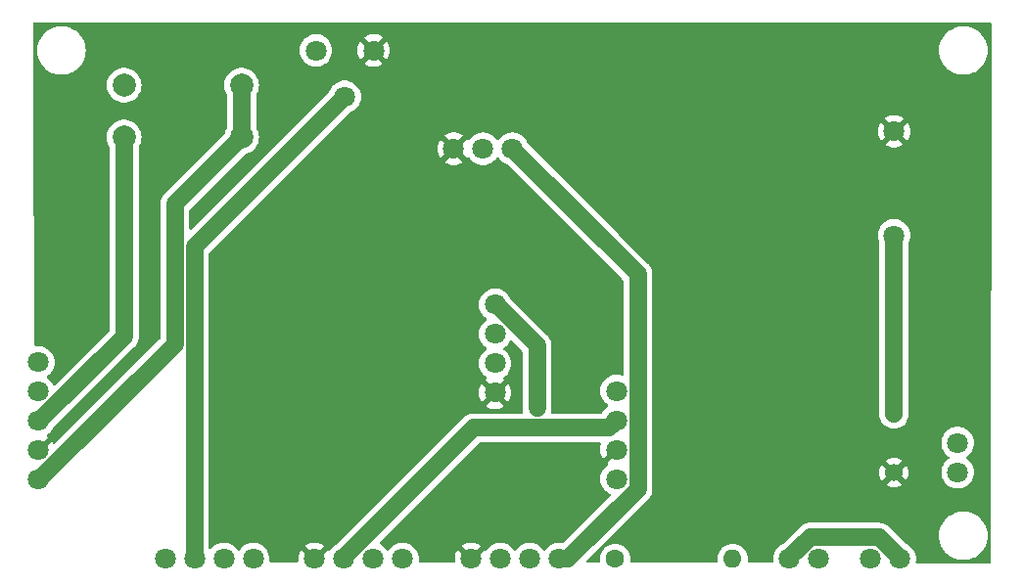
<source format=gbr>
%TF.GenerationSoftware,KiCad,Pcbnew,7.0.11+dfsg-1build4*%
%TF.CreationDate,2024-10-25T06:38:10+02:00*%
%TF.ProjectId,BertheVarioTac-Shema,42657274-6865-4566-9172-696f5461632d,rev?*%
%TF.SameCoordinates,Original*%
%TF.FileFunction,Copper,L2,Bot*%
%TF.FilePolarity,Positive*%
%FSLAX46Y46*%
G04 Gerber Fmt 4.6, Leading zero omitted, Abs format (unit mm)*
G04 Created by KiCad (PCBNEW 7.0.11+dfsg-1build4) date 2024-10-25 06:38:10*
%MOMM*%
%LPD*%
G01*
G04 APERTURE LIST*
%TA.AperFunction,ComponentPad*%
%ADD10C,1.524000*%
%TD*%
%TA.AperFunction,ComponentPad*%
%ADD11C,1.800000*%
%TD*%
%TA.AperFunction,ComponentPad*%
%ADD12C,1.600000*%
%TD*%
%TA.AperFunction,ComponentPad*%
%ADD13O,1.600000X1.600000*%
%TD*%
%TA.AperFunction,ComponentPad*%
%ADD14C,2.000000*%
%TD*%
%TA.AperFunction,ViaPad*%
%ADD15C,0.600000*%
%TD*%
%TA.AperFunction,Conductor*%
%ADD16C,1.500000*%
%TD*%
G04 APERTURE END LIST*
D10*
%TO.P,BT1,1,+*%
%TO.N,Net-(BT1-+)*%
X168000000Y-127460000D03*
%TO.P,BT1,2,-*%
%TO.N,GNDREF*%
X168000000Y-132540000D03*
%TD*%
D11*
%TO.P,SW1,1*%
%TO.N,Net-(Lipo-1S-to-5V1-IN_3.7v)*%
X173500000Y-132500000D03*
%TO.P,SW1,2*%
%TO.N,Net-(BT1-+)*%
X173500000Y-129960000D03*
%TD*%
%TO.P,Usb-C-charger1,1,B-*%
%TO.N,GNDREF*%
X168000000Y-103000000D03*
%TO.P,Usb-C-charger1,2,+*%
%TO.N,Net-(BT1-+)*%
X168000000Y-112000000D03*
%TD*%
D12*
%TO.P,R1,1*%
%TO.N,Net-(R1-Pad1)*%
X143880000Y-140000000D03*
D13*
%TO.P,R1,2*%
%TO.N,Net-(P4-Pin_1)*%
X154040000Y-140000000D03*
%TD*%
D11*
%TO.P,CN1,1,Pin_1*%
%TO.N,Net-(BMP180_Press1-VIN)*%
X125500000Y-140000000D03*
%TO.P,CN1,2,Pin_2*%
%TO.N,Net-(BMP180_Press1-SDA)*%
X122960000Y-140000000D03*
%TO.P,CN1,3,Pin_3*%
%TO.N,Net-(BMP180_Press1-SCL)*%
X120420000Y-140000000D03*
%TO.P,CN1,4,Pin_4*%
%TO.N,GNDREF*%
X117880000Y-140000000D03*
%TD*%
D14*
%TO.P,R2,1*%
%TO.N,Net-(BMP180_Press1-VIN)*%
X111580000Y-99000000D03*
%TO.P,R2,2*%
%TO.N,Net-(BMP180_Press1-SDA)*%
X101420000Y-99000000D03*
%TD*%
D11*
%TO.P,S1,1,1*%
%TO.N,Net-(P4-Pin_2)*%
X168500000Y-140000000D03*
%TO.P,S1,2,2*%
%TO.N,Net-(R1-Pad1)*%
X165960000Y-140000000D03*
%TD*%
%TO.P,P4,1,Pin_1*%
%TO.N,Net-(P4-Pin_1)*%
X161500000Y-140000000D03*
%TO.P,P4,2,Pin_2*%
%TO.N,Net-(P4-Pin_2)*%
X158960000Y-140000000D03*
%TD*%
%TO.P,GPS-NEO6M1,1,GND*%
%TO.N,GNDREF*%
X133500000Y-125620000D03*
%TO.P,GPS-NEO6M1,2,TX*%
%TO.N,Net-(GPS-NEO6M1-TX)*%
X133500000Y-123080000D03*
%TO.P,GPS-NEO6M1,3,RX*%
%TO.N,unconnected-(GPS-NEO6M1-RX-Pad3)*%
X133500000Y-120540000D03*
%TO.P,GPS-NEO6M1,4,VCC*%
%TO.N,Net-(BMP180_Press1-VIN)*%
X133500000Y-118000000D03*
%TD*%
D14*
%TO.P,R3,1*%
%TO.N,Net-(BMP180_Press1-VIN)*%
X111580000Y-103500000D03*
%TO.P,R3,2*%
%TO.N,Net-(BMP180_Press1-SCL)*%
X101420000Y-103500000D03*
%TD*%
D11*
%TO.P,Lipo-1S-to-5V1,1,GND*%
%TO.N,GNDREF*%
X129920000Y-104500000D03*
%TO.P,Lipo-1S-to-5V1,2,IN_3.7v*%
%TO.N,Net-(Lipo-1S-to-5V1-IN_3.7v)*%
X132460000Y-104500000D03*
%TO.P,Lipo-1S-to-5V1,3,OUT_5V*%
%TO.N,Net-(Lipo-1S-to-5V1-OUT_5V)*%
X135000000Y-104500000D03*
%TD*%
%TO.P,QMC5883_Mag1,1,VCC*%
%TO.N,Net-(BMP180_Press1-VIN)*%
X94000000Y-133160000D03*
%TO.P,QMC5883_Mag1,2,GND*%
%TO.N,GNDREF*%
X94000000Y-130620000D03*
%TO.P,QMC5883_Mag1,3,SCL*%
%TO.N,Net-(BMP180_Press1-SCL)*%
X94000000Y-128080000D03*
%TO.P,QMC5883_Mag1,4,SDA*%
%TO.N,Net-(BMP180_Press1-SDA)*%
X94000000Y-125540000D03*
%TO.P,QMC5883_Mag1,5*%
%TO.N,N/C*%
X94000000Y-123000000D03*
%TD*%
%TO.P,P1,1,Pin_1*%
%TO.N,Net-(Lipo-1S-to-5V1-OUT_5V)*%
X139040000Y-140000000D03*
%TO.P,P1,2,Pin_2*%
%TO.N,Net-(GPS-NEO6M1-TX)*%
X136500000Y-140000000D03*
%TO.P,P1,3,Pin_3*%
%TO.N,unconnected-(P1-Pin_3-Pad3)*%
X133960000Y-140000000D03*
%TO.P,P1,4,Pin_4*%
%TO.N,GNDREF*%
X131420000Y-140000000D03*
%TD*%
%TO.P,P5,1,1*%
%TO.N,Net-(Lipo-1S-to-5V1-IN_3.7v)*%
X118000000Y-96000000D03*
%TO.P,P5,2,2*%
%TO.N,Net-(P3-Pin_3)*%
X120500000Y-100000000D03*
%TO.P,P5,3,3*%
%TO.N,GNDREF*%
X123000000Y-96000000D03*
%TD*%
%TO.P,BMP180_Press1,1,SDA*%
%TO.N,Net-(BMP180_Press1-SDA)*%
X144000000Y-125460000D03*
%TO.P,BMP180_Press1,2,SCL*%
%TO.N,Net-(BMP180_Press1-SCL)*%
X144000000Y-128000000D03*
%TO.P,BMP180_Press1,3,GND*%
%TO.N,GNDREF*%
X144000000Y-130540000D03*
%TO.P,BMP180_Press1,4,VIN*%
%TO.N,Net-(BMP180_Press1-VIN)*%
X144000000Y-133080000D03*
%TD*%
%TO.P,P3,1,Pin_1*%
%TO.N,unconnected-(P3-Pin_1-Pad1)*%
X112580000Y-140000000D03*
%TO.P,P3,2,Pin_2*%
%TO.N,unconnected-(P3-Pin_2-Pad2)*%
X110040000Y-140000000D03*
%TO.P,P3,3,Pin_3*%
%TO.N,Net-(P3-Pin_3)*%
X107500000Y-140000000D03*
%TO.P,P3,4,Pin_4*%
%TO.N,unconnected-(P3-Pin_4-Pad4)*%
X104960000Y-140000000D03*
%TD*%
D15*
%TO.N,Net-(BMP180_Press1-VIN)*%
X137124600Y-126899900D03*
%TD*%
D16*
%TO.N,Net-(BMP180_Press1-SCL)*%
X94102700Y-128080000D02*
X94000000Y-128080000D01*
X101420000Y-120762700D02*
X94102700Y-128080000D01*
X101420000Y-103500000D02*
X101420000Y-120762700D01*
X120420000Y-139890100D02*
X120420000Y-140000000D01*
X131642500Y-128667600D02*
X120420000Y-139890100D01*
X143332400Y-128667600D02*
X131642500Y-128667600D01*
X144000000Y-128000000D02*
X143332400Y-128667600D01*
%TO.N,Net-(BMP180_Press1-VIN)*%
X137124600Y-121532800D02*
X137124600Y-126899900D01*
X133591800Y-118000000D02*
X137124600Y-121532800D01*
X133500000Y-118000000D02*
X133591800Y-118000000D01*
X105798100Y-109281900D02*
X111580000Y-103500000D01*
X105798100Y-121453200D02*
X105798100Y-109281900D01*
X94091300Y-133160000D02*
X105798100Y-121453200D01*
X94000000Y-133160000D02*
X94091300Y-133160000D01*
X111580000Y-103500000D02*
X111580000Y-99000000D01*
%TO.N,Net-(P4-Pin_2)*%
X168500000Y-139909200D02*
X168500000Y-140000000D01*
X166712800Y-138122000D02*
X168500000Y-139909200D01*
X160759100Y-138122000D02*
X166712800Y-138122000D01*
X158960000Y-139921100D02*
X160759100Y-138122000D01*
X158960000Y-140000000D02*
X158960000Y-139921100D01*
%TO.N,Net-(P3-Pin_3)*%
X107500000Y-113000000D02*
X107500000Y-140000000D01*
X120500000Y-100000000D02*
X107500000Y-113000000D01*
%TO.N,Net-(Lipo-1S-to-5V1-OUT_5V)*%
X139782300Y-140000000D02*
X139040000Y-140000000D01*
X145856900Y-133925400D02*
X139782300Y-140000000D01*
X145856900Y-115356900D02*
X145856900Y-133925400D01*
X135000000Y-104500000D02*
X145856900Y-115356900D01*
%TO.N,Net-(BT1-+)*%
X168000000Y-112000000D02*
X168000000Y-127460000D01*
%TD*%
%TA.AperFunction,Conductor*%
%TO.N,GNDREF*%
G36*
X176298004Y-93577910D02*
G01*
X176365031Y-93597625D01*
X176410762Y-93650450D01*
X176421944Y-93701997D01*
X176389183Y-140264953D01*
X176369451Y-140331979D01*
X176316615Y-140377697D01*
X176264954Y-140388866D01*
X170007947Y-140377311D01*
X169940944Y-140357502D01*
X169895287Y-140304614D01*
X169885471Y-140235437D01*
X169885869Y-140232893D01*
X169886131Y-140231314D01*
X169886134Y-140231305D01*
X169905300Y-140000000D01*
X169905300Y-139999994D01*
X169905300Y-139999993D01*
X169886135Y-139768702D01*
X169886133Y-139768691D01*
X169829157Y-139543699D01*
X169735924Y-139331151D01*
X169608983Y-139136852D01*
X169608980Y-139136849D01*
X169608979Y-139136847D01*
X169451784Y-138966087D01*
X169451779Y-138966083D01*
X169451777Y-138966081D01*
X169268634Y-138823535D01*
X169268628Y-138823531D01*
X169097465Y-138730902D01*
X169068802Y-138709528D01*
X168359274Y-138000000D01*
X171894592Y-138000000D01*
X171914201Y-138286680D01*
X171914201Y-138286684D01*
X171914202Y-138286686D01*
X171935984Y-138391509D01*
X171972666Y-138568034D01*
X171972667Y-138568037D01*
X172068894Y-138838793D01*
X172068893Y-138838793D01*
X172201098Y-139093935D01*
X172366812Y-139328700D01*
X172407719Y-139372500D01*
X172562947Y-139538708D01*
X172785853Y-139720055D01*
X172873423Y-139773308D01*
X173031382Y-139869365D01*
X173218237Y-139950526D01*
X173294942Y-139983844D01*
X173571642Y-140061371D01*
X173821920Y-140095771D01*
X173856321Y-140100500D01*
X173856322Y-140100500D01*
X174143679Y-140100500D01*
X174175079Y-140096184D01*
X174428358Y-140061371D01*
X174705058Y-139983844D01*
X174818015Y-139934779D01*
X174968617Y-139869365D01*
X174968620Y-139869363D01*
X174968625Y-139869361D01*
X175214147Y-139720055D01*
X175437053Y-139538708D01*
X175633189Y-139328698D01*
X175798901Y-139093936D01*
X175931104Y-138838797D01*
X176027334Y-138568032D01*
X176085798Y-138286686D01*
X176105408Y-138000000D01*
X176085798Y-137713314D01*
X176027334Y-137431968D01*
X175931105Y-137161206D01*
X175931106Y-137161206D01*
X175798901Y-136906064D01*
X175633187Y-136671299D01*
X175554554Y-136587105D01*
X175437053Y-136461292D01*
X175214147Y-136279945D01*
X175214146Y-136279944D01*
X174968617Y-136130634D01*
X174705063Y-136016158D01*
X174705061Y-136016157D01*
X174705058Y-136016156D01*
X174575578Y-135979877D01*
X174428364Y-135938630D01*
X174428359Y-135938629D01*
X174428358Y-135938629D01*
X174286018Y-135919064D01*
X174143679Y-135899500D01*
X174143678Y-135899500D01*
X173856322Y-135899500D01*
X173856321Y-135899500D01*
X173571642Y-135938629D01*
X173571635Y-135938630D01*
X173363861Y-135996845D01*
X173294942Y-136016156D01*
X173294939Y-136016156D01*
X173294936Y-136016158D01*
X173294935Y-136016158D01*
X173031382Y-136130634D01*
X172785853Y-136279944D01*
X172562950Y-136461289D01*
X172366812Y-136671299D01*
X172201098Y-136906064D01*
X172068894Y-137161206D01*
X171972667Y-137431962D01*
X171972666Y-137431965D01*
X171914201Y-137713319D01*
X171894592Y-138000000D01*
X168359274Y-138000000D01*
X167651616Y-137292342D01*
X167642349Y-137281973D01*
X167620306Y-137254332D01*
X167570403Y-137210732D01*
X167564307Y-137205033D01*
X167557332Y-137198058D01*
X167557321Y-137198048D01*
X167526055Y-137171945D01*
X167523939Y-137170138D01*
X167450803Y-137106240D01*
X167450797Y-137106236D01*
X167450796Y-137106235D01*
X167447041Y-137103991D01*
X167431173Y-137092732D01*
X167427819Y-137089932D01*
X167427818Y-137089931D01*
X167427813Y-137089927D01*
X167343348Y-137042001D01*
X167340944Y-137040601D01*
X167257563Y-136990784D01*
X167253469Y-136989248D01*
X167235844Y-136981002D01*
X167232045Y-136978846D01*
X167140369Y-136946767D01*
X167137753Y-136945819D01*
X167046829Y-136911694D01*
X167046819Y-136911691D01*
X167042523Y-136910912D01*
X167023718Y-136905949D01*
X167019584Y-136904502D01*
X167019577Y-136904501D01*
X166923648Y-136889307D01*
X166920905Y-136888841D01*
X166825350Y-136871500D01*
X166825347Y-136871500D01*
X166820972Y-136871500D01*
X166801569Y-136869972D01*
X166797260Y-136869289D01*
X166700159Y-136871469D01*
X166697377Y-136871500D01*
X160836286Y-136871500D01*
X160822403Y-136870720D01*
X160812793Y-136869637D01*
X160787276Y-136866762D01*
X160787269Y-136866761D01*
X160724407Y-136871000D01*
X160721162Y-136871219D01*
X160712822Y-136871500D01*
X160702937Y-136871500D01*
X160662384Y-136875149D01*
X160659616Y-136875367D01*
X160562688Y-136881902D01*
X160562681Y-136881903D01*
X160558427Y-136882975D01*
X160539274Y-136886230D01*
X160534911Y-136886623D01*
X160534902Y-136886624D01*
X160441313Y-136912454D01*
X160438624Y-136913164D01*
X160344418Y-136936903D01*
X160340422Y-136938718D01*
X160322159Y-136945339D01*
X160317938Y-136946504D01*
X160317921Y-136946510D01*
X160230389Y-136988662D01*
X160227872Y-136989840D01*
X160139474Y-137029992D01*
X160135872Y-137032488D01*
X160119080Y-137042267D01*
X160115129Y-137044170D01*
X160115120Y-137044175D01*
X160036511Y-137101287D01*
X160034285Y-137102866D01*
X159993414Y-137131182D01*
X159954445Y-137158180D01*
X159951339Y-137161286D01*
X159936565Y-137173903D01*
X159933028Y-137176473D01*
X159933021Y-137176478D01*
X159865904Y-137246677D01*
X159863959Y-137248665D01*
X158417131Y-138695493D01*
X158388468Y-138716866D01*
X158191380Y-138823525D01*
X158191365Y-138823535D01*
X158008222Y-138966081D01*
X158008219Y-138966084D01*
X158008216Y-138966086D01*
X158008216Y-138966087D01*
X157977040Y-138999953D01*
X157851016Y-139136852D01*
X157724075Y-139331151D01*
X157630842Y-139543699D01*
X157573866Y-139768691D01*
X157573864Y-139768702D01*
X157554700Y-139999993D01*
X157554700Y-139999994D01*
X157554700Y-140000000D01*
X157564066Y-140113030D01*
X157572919Y-140219879D01*
X157558837Y-140288315D01*
X157509991Y-140338274D01*
X157449113Y-140354118D01*
X155449902Y-140350426D01*
X155382899Y-140330617D01*
X155337242Y-140277729D01*
X155326603Y-140215621D01*
X155345468Y-140000000D01*
X155345467Y-139999994D01*
X155334039Y-139869365D01*
X155325635Y-139773308D01*
X155266739Y-139553504D01*
X155170568Y-139347266D01*
X155040047Y-139160861D01*
X155040045Y-139160858D01*
X154879141Y-138999954D01*
X154692734Y-138869432D01*
X154692732Y-138869431D01*
X154486497Y-138773261D01*
X154486488Y-138773258D01*
X154266697Y-138714366D01*
X154266693Y-138714365D01*
X154266692Y-138714365D01*
X154266691Y-138714364D01*
X154266686Y-138714364D01*
X154040002Y-138694532D01*
X154039998Y-138694532D01*
X153813313Y-138714364D01*
X153813302Y-138714366D01*
X153593511Y-138773258D01*
X153593502Y-138773261D01*
X153387267Y-138869431D01*
X153387265Y-138869432D01*
X153200858Y-138999954D01*
X153039954Y-139160858D01*
X152909432Y-139347265D01*
X152909431Y-139347267D01*
X152813261Y-139553502D01*
X152813258Y-139553511D01*
X152754366Y-139773302D01*
X152754364Y-139773313D01*
X152734532Y-139999998D01*
X152734532Y-140000002D01*
X152752940Y-140210410D01*
X152739173Y-140278910D01*
X152690558Y-140329093D01*
X152629183Y-140345217D01*
X145291543Y-140331666D01*
X145224540Y-140311857D01*
X145178883Y-140258969D01*
X145168244Y-140196862D01*
X145185468Y-140000000D01*
X145185467Y-139999994D01*
X145174039Y-139869365D01*
X145165635Y-139773308D01*
X145106739Y-139553504D01*
X145010568Y-139347266D01*
X144880047Y-139160861D01*
X144880045Y-139160858D01*
X144719141Y-138999954D01*
X144532734Y-138869432D01*
X144532732Y-138869431D01*
X144326497Y-138773261D01*
X144326488Y-138773258D01*
X144106697Y-138714366D01*
X144106693Y-138714365D01*
X144106692Y-138714365D01*
X144106691Y-138714364D01*
X144106686Y-138714364D01*
X143880002Y-138694532D01*
X143879998Y-138694532D01*
X143653313Y-138714364D01*
X143653302Y-138714366D01*
X143433511Y-138773258D01*
X143433502Y-138773261D01*
X143227267Y-138869431D01*
X143227265Y-138869432D01*
X143040858Y-138999954D01*
X142879954Y-139160858D01*
X142749432Y-139347265D01*
X142749431Y-139347267D01*
X142653261Y-139553502D01*
X142653258Y-139553511D01*
X142594366Y-139773302D01*
X142594364Y-139773313D01*
X142574532Y-139999998D01*
X142574532Y-140000002D01*
X142591298Y-140191644D01*
X142577531Y-140260144D01*
X142528916Y-140310327D01*
X142467541Y-140326451D01*
X141525193Y-140324711D01*
X141458190Y-140304902D01*
X141412533Y-140252014D01*
X141402717Y-140182837D01*
X141431859Y-140119335D01*
X141437713Y-140113059D01*
X146686566Y-134864206D01*
X146696916Y-134854957D01*
X146724566Y-134832908D01*
X146768167Y-134783001D01*
X146773857Y-134776916D01*
X146780845Y-134769929D01*
X146807026Y-134738567D01*
X146808682Y-134736628D01*
X146872665Y-134663396D01*
X146874904Y-134659648D01*
X146886166Y-134643774D01*
X146888969Y-134640418D01*
X146936937Y-134555877D01*
X146938291Y-134553553D01*
X146988115Y-134470164D01*
X146989647Y-134466080D01*
X146997899Y-134448440D01*
X147000054Y-134444645D01*
X147032149Y-134352919D01*
X147033090Y-134350325D01*
X147038293Y-134336464D01*
X147067207Y-134259424D01*
X147067985Y-134255135D01*
X147072957Y-134236296D01*
X147074398Y-134232182D01*
X147089612Y-134136117D01*
X147090040Y-134133600D01*
X147107400Y-134037947D01*
X147107400Y-134033575D01*
X147108927Y-134014177D01*
X147109610Y-134009864D01*
X147109611Y-134009859D01*
X147107430Y-133912732D01*
X147107400Y-133909951D01*
X147107400Y-132540000D01*
X166733179Y-132540000D01*
X166752424Y-132759976D01*
X166752426Y-132759986D01*
X166809575Y-132973270D01*
X166809580Y-132973284D01*
X166902898Y-133173405D01*
X166902901Y-133173411D01*
X166948258Y-133238187D01*
X166948259Y-133238188D01*
X167615096Y-132571350D01*
X167615051Y-132571898D01*
X167646266Y-132695162D01*
X167715813Y-132801612D01*
X167816157Y-132879713D01*
X167936422Y-132921000D01*
X167972553Y-132921000D01*
X167301810Y-133591740D01*
X167366590Y-133637099D01*
X167366592Y-133637100D01*
X167566715Y-133730419D01*
X167566729Y-133730424D01*
X167780013Y-133787573D01*
X167780023Y-133787575D01*
X167999999Y-133806821D01*
X168000001Y-133806821D01*
X168219976Y-133787575D01*
X168219986Y-133787573D01*
X168433270Y-133730424D01*
X168433284Y-133730419D01*
X168633407Y-133637100D01*
X168633417Y-133637094D01*
X168698188Y-133591741D01*
X168027448Y-132921000D01*
X168031569Y-132921000D01*
X168125421Y-132905339D01*
X168237251Y-132844820D01*
X168323371Y-132751269D01*
X168374448Y-132634823D01*
X168380105Y-132566552D01*
X169051741Y-133238188D01*
X169097094Y-133173417D01*
X169097100Y-133173407D01*
X169190419Y-132973284D01*
X169190424Y-132973270D01*
X169247573Y-132759986D01*
X169247575Y-132759976D01*
X169266821Y-132540000D01*
X169266821Y-132539999D01*
X169263322Y-132500006D01*
X172094700Y-132500006D01*
X172113864Y-132731297D01*
X172113866Y-132731308D01*
X172170842Y-132956300D01*
X172264075Y-133168848D01*
X172391016Y-133363147D01*
X172391019Y-133363151D01*
X172391021Y-133363153D01*
X172548216Y-133533913D01*
X172548219Y-133533915D01*
X172548222Y-133533918D01*
X172731365Y-133676464D01*
X172731371Y-133676468D01*
X172731374Y-133676470D01*
X172935497Y-133786936D01*
X173049487Y-133826068D01*
X173155015Y-133862297D01*
X173155017Y-133862297D01*
X173155019Y-133862298D01*
X173383951Y-133900500D01*
X173383952Y-133900500D01*
X173616048Y-133900500D01*
X173616049Y-133900500D01*
X173844981Y-133862298D01*
X174064503Y-133786936D01*
X174268626Y-133676470D01*
X174319217Y-133637094D01*
X174377486Y-133591741D01*
X174451784Y-133533913D01*
X174608979Y-133363153D01*
X174735924Y-133168849D01*
X174829157Y-132956300D01*
X174886134Y-132731305D01*
X174886135Y-132731297D01*
X174905300Y-132500006D01*
X174905300Y-132499993D01*
X174886135Y-132268702D01*
X174886133Y-132268691D01*
X174829157Y-132043699D01*
X174735924Y-131831151D01*
X174608983Y-131636852D01*
X174608980Y-131636849D01*
X174608979Y-131636847D01*
X174451784Y-131466087D01*
X174274180Y-131327853D01*
X174233368Y-131271143D01*
X174229693Y-131201370D01*
X174264324Y-131140687D01*
X174274181Y-131132146D01*
X174451784Y-130993913D01*
X174608979Y-130823153D01*
X174735924Y-130628849D01*
X174829157Y-130416300D01*
X174886134Y-130191305D01*
X174889156Y-130154835D01*
X174905300Y-129960006D01*
X174905300Y-129959993D01*
X174886135Y-129728702D01*
X174886133Y-129728691D01*
X174829157Y-129503699D01*
X174735924Y-129291151D01*
X174608983Y-129096852D01*
X174608980Y-129096849D01*
X174608979Y-129096847D01*
X174451784Y-128926087D01*
X174451779Y-128926083D01*
X174451777Y-128926081D01*
X174268634Y-128783535D01*
X174268628Y-128783531D01*
X174064504Y-128673064D01*
X174064495Y-128673061D01*
X173844984Y-128597702D01*
X173673282Y-128569050D01*
X173616049Y-128559500D01*
X173383951Y-128559500D01*
X173338164Y-128567140D01*
X173155015Y-128597702D01*
X172935504Y-128673061D01*
X172935495Y-128673064D01*
X172731371Y-128783531D01*
X172731365Y-128783535D01*
X172548222Y-128926081D01*
X172548219Y-128926084D01*
X172391016Y-129096852D01*
X172264075Y-129291151D01*
X172170842Y-129503699D01*
X172113866Y-129728691D01*
X172113864Y-129728702D01*
X172094700Y-129959993D01*
X172094700Y-129960006D01*
X172113864Y-130191297D01*
X172113866Y-130191308D01*
X172170842Y-130416300D01*
X172264075Y-130628848D01*
X172391016Y-130823147D01*
X172391019Y-130823151D01*
X172391021Y-130823153D01*
X172548216Y-130993913D01*
X172548219Y-130993915D01*
X172548222Y-130993918D01*
X172725818Y-131132147D01*
X172766631Y-131188857D01*
X172770306Y-131258630D01*
X172735674Y-131319313D01*
X172725818Y-131327853D01*
X172548222Y-131466081D01*
X172548219Y-131466084D01*
X172391016Y-131636852D01*
X172264075Y-131831151D01*
X172170842Y-132043699D01*
X172113866Y-132268691D01*
X172113864Y-132268702D01*
X172094700Y-132499993D01*
X172094700Y-132500006D01*
X169263322Y-132500006D01*
X169247575Y-132320023D01*
X169247573Y-132320013D01*
X169190424Y-132106729D01*
X169190420Y-132106720D01*
X169097096Y-131906586D01*
X169051741Y-131841811D01*
X169051740Y-131841810D01*
X168384903Y-132508648D01*
X168384949Y-132508102D01*
X168353734Y-132384838D01*
X168284187Y-132278388D01*
X168183843Y-132200287D01*
X168063578Y-132159000D01*
X168027448Y-132159000D01*
X168698188Y-131488259D01*
X168698187Y-131488258D01*
X168633411Y-131442901D01*
X168633405Y-131442898D01*
X168433284Y-131349580D01*
X168433270Y-131349575D01*
X168219986Y-131292426D01*
X168219976Y-131292424D01*
X168000001Y-131273179D01*
X167999999Y-131273179D01*
X167780023Y-131292424D01*
X167780013Y-131292426D01*
X167566729Y-131349575D01*
X167566720Y-131349579D01*
X167366590Y-131442901D01*
X167301811Y-131488258D01*
X167972553Y-132159000D01*
X167968431Y-132159000D01*
X167874579Y-132174661D01*
X167762749Y-132235180D01*
X167676629Y-132328731D01*
X167625552Y-132445177D01*
X167619894Y-132513447D01*
X166948258Y-131841811D01*
X166902901Y-131906590D01*
X166809579Y-132106720D01*
X166809575Y-132106729D01*
X166752426Y-132320013D01*
X166752424Y-132320023D01*
X166733179Y-132539999D01*
X166733179Y-132540000D01*
X147107400Y-132540000D01*
X147107400Y-115434075D01*
X147108180Y-115420190D01*
X147112137Y-115385072D01*
X147107681Y-115318975D01*
X147107400Y-115310634D01*
X147107400Y-115300750D01*
X147107400Y-115300745D01*
X147103743Y-115260115D01*
X147103526Y-115257352D01*
X147096996Y-115160492D01*
X147096996Y-115160487D01*
X147095927Y-115156247D01*
X147092668Y-115137058D01*
X147092626Y-115136599D01*
X147092277Y-115132712D01*
X147066432Y-115039068D01*
X147065740Y-115036448D01*
X147041996Y-114942216D01*
X147040190Y-114938240D01*
X147033554Y-114919939D01*
X147032393Y-114915730D01*
X146990240Y-114828199D01*
X146989089Y-114825739D01*
X146948907Y-114737274D01*
X146946417Y-114733680D01*
X146936625Y-114716864D01*
X146934730Y-114712929D01*
X146934727Y-114712924D01*
X146877640Y-114634350D01*
X146876062Y-114632128D01*
X146820720Y-114552246D01*
X146817629Y-114549155D01*
X146804993Y-114534361D01*
X146802421Y-114530821D01*
X146802418Y-114530818D01*
X146732199Y-114463681D01*
X146730210Y-114461736D01*
X144268480Y-112000006D01*
X166594700Y-112000006D01*
X166613864Y-112231297D01*
X166613866Y-112231308D01*
X166670842Y-112456297D01*
X166670843Y-112456300D01*
X166739056Y-112611810D01*
X166749500Y-112661619D01*
X166749500Y-127262295D01*
X166749028Y-127273102D01*
X166732677Y-127459997D01*
X166732677Y-127460002D01*
X166751929Y-127680062D01*
X166751930Y-127680070D01*
X166809104Y-127893445D01*
X166809105Y-127893447D01*
X166809106Y-127893450D01*
X166896095Y-128080000D01*
X166902466Y-128093662D01*
X166902468Y-128093666D01*
X167029170Y-128274615D01*
X167029175Y-128274621D01*
X167185378Y-128430824D01*
X167185384Y-128430829D01*
X167366333Y-128557531D01*
X167366335Y-128557532D01*
X167366338Y-128557534D01*
X167566550Y-128650894D01*
X167779932Y-128708070D01*
X167937123Y-128721822D01*
X167999998Y-128727323D01*
X168000000Y-128727323D01*
X168000002Y-128727323D01*
X168055017Y-128722509D01*
X168220068Y-128708070D01*
X168433450Y-128650894D01*
X168633662Y-128557534D01*
X168814620Y-128430826D01*
X168970826Y-128274620D01*
X169097534Y-128093662D01*
X169190894Y-127893450D01*
X169248070Y-127680068D01*
X169267323Y-127460000D01*
X169263155Y-127412362D01*
X169250972Y-127273102D01*
X169250500Y-127262295D01*
X169250500Y-112661619D01*
X169260943Y-112611810D01*
X169329157Y-112456300D01*
X169386134Y-112231305D01*
X169405300Y-112000000D01*
X169405300Y-111999993D01*
X169386135Y-111768702D01*
X169386133Y-111768691D01*
X169329157Y-111543699D01*
X169235924Y-111331151D01*
X169108983Y-111136852D01*
X169108980Y-111136849D01*
X169108979Y-111136847D01*
X168951784Y-110966087D01*
X168951779Y-110966083D01*
X168951777Y-110966081D01*
X168768634Y-110823535D01*
X168768628Y-110823531D01*
X168564504Y-110713064D01*
X168564495Y-110713061D01*
X168344984Y-110637702D01*
X168173282Y-110609050D01*
X168116049Y-110599500D01*
X167883951Y-110599500D01*
X167838164Y-110607140D01*
X167655015Y-110637702D01*
X167435504Y-110713061D01*
X167435495Y-110713064D01*
X167231371Y-110823531D01*
X167231365Y-110823535D01*
X167048222Y-110966081D01*
X167048219Y-110966084D01*
X166891016Y-111136852D01*
X166764075Y-111331151D01*
X166670842Y-111543699D01*
X166613866Y-111768691D01*
X166613864Y-111768702D01*
X166594700Y-111999993D01*
X166594700Y-112000006D01*
X144268480Y-112000006D01*
X136358321Y-104089847D01*
X136332182Y-104047972D01*
X136331217Y-104048396D01*
X136235924Y-103831151D01*
X136108983Y-103636852D01*
X136108980Y-103636849D01*
X136108979Y-103636847D01*
X135951784Y-103466087D01*
X135951779Y-103466083D01*
X135951777Y-103466081D01*
X135768634Y-103323535D01*
X135768628Y-103323531D01*
X135564504Y-103213064D01*
X135564495Y-103213061D01*
X135344984Y-103137702D01*
X135173282Y-103109050D01*
X135116049Y-103099500D01*
X134883951Y-103099500D01*
X134838164Y-103107140D01*
X134655015Y-103137702D01*
X134435504Y-103213061D01*
X134435495Y-103213064D01*
X134231371Y-103323531D01*
X134231365Y-103323535D01*
X134048222Y-103466081D01*
X134048219Y-103466084D01*
X134048216Y-103466086D01*
X134048216Y-103466087D01*
X133989267Y-103530122D01*
X133891016Y-103636852D01*
X133833809Y-103724416D01*
X133780662Y-103769773D01*
X133711431Y-103779197D01*
X133648095Y-103749695D01*
X133626191Y-103724416D01*
X133568983Y-103636852D01*
X133568980Y-103636849D01*
X133568979Y-103636847D01*
X133411784Y-103466087D01*
X133411779Y-103466083D01*
X133411777Y-103466081D01*
X133228634Y-103323535D01*
X133228628Y-103323531D01*
X133024504Y-103213064D01*
X133024495Y-103213061D01*
X132804984Y-103137702D01*
X132633282Y-103109050D01*
X132576049Y-103099500D01*
X132343951Y-103099500D01*
X132298164Y-103107140D01*
X132115015Y-103137702D01*
X131895504Y-103213061D01*
X131895495Y-103213064D01*
X131691371Y-103323531D01*
X131691365Y-103323535D01*
X131508222Y-103466081D01*
X131508219Y-103466084D01*
X131508216Y-103466086D01*
X131508216Y-103466087D01*
X131476993Y-103500005D01*
X131351015Y-103636854D01*
X131293509Y-103724874D01*
X131240363Y-103770230D01*
X131171132Y-103779654D01*
X131107796Y-103750152D01*
X131085892Y-103724874D01*
X131071186Y-103702365D01*
X130317953Y-104455598D01*
X130305165Y-104374852D01*
X130247641Y-104261955D01*
X130158045Y-104172359D01*
X130045148Y-104114835D01*
X129964400Y-104102046D01*
X130718797Y-103347647D01*
X130718797Y-103347645D01*
X130688360Y-103323955D01*
X130688354Y-103323951D01*
X130484302Y-103213523D01*
X130484293Y-103213520D01*
X130264860Y-103138188D01*
X130036007Y-103100000D01*
X129803993Y-103100000D01*
X129575139Y-103138188D01*
X129355706Y-103213520D01*
X129355697Y-103213523D01*
X129151650Y-103323949D01*
X129121200Y-103347647D01*
X129875600Y-104102046D01*
X129794852Y-104114835D01*
X129681955Y-104172359D01*
X129592359Y-104261955D01*
X129534835Y-104374852D01*
X129522046Y-104455600D01*
X128768811Y-103702365D01*
X128684516Y-103831390D01*
X128591317Y-104043864D01*
X128534361Y-104268781D01*
X128515202Y-104499994D01*
X128515202Y-104500005D01*
X128534361Y-104731218D01*
X128591317Y-104956135D01*
X128684515Y-105168606D01*
X128768812Y-105297633D01*
X129522046Y-104544399D01*
X129534835Y-104625148D01*
X129592359Y-104738045D01*
X129681955Y-104827641D01*
X129794852Y-104885165D01*
X129875599Y-104897953D01*
X129121201Y-105652351D01*
X129151649Y-105676050D01*
X129355697Y-105786476D01*
X129355706Y-105786479D01*
X129575139Y-105861811D01*
X129803993Y-105900000D01*
X130036007Y-105900000D01*
X130264860Y-105861811D01*
X130484293Y-105786479D01*
X130484301Y-105786476D01*
X130688355Y-105676047D01*
X130718797Y-105652351D01*
X130718798Y-105652350D01*
X129964401Y-104897953D01*
X130045148Y-104885165D01*
X130158045Y-104827641D01*
X130247641Y-104738045D01*
X130305165Y-104625148D01*
X130317953Y-104544400D01*
X131071185Y-105297632D01*
X131085891Y-105275125D01*
X131139037Y-105229768D01*
X131208268Y-105220344D01*
X131271604Y-105249846D01*
X131293508Y-105275123D01*
X131351021Y-105363153D01*
X131508216Y-105533913D01*
X131508219Y-105533915D01*
X131508222Y-105533918D01*
X131691365Y-105676464D01*
X131691371Y-105676468D01*
X131691374Y-105676470D01*
X131858860Y-105767109D01*
X131894652Y-105786479D01*
X131895497Y-105786936D01*
X131994699Y-105820992D01*
X132115015Y-105862297D01*
X132115017Y-105862297D01*
X132115019Y-105862298D01*
X132343951Y-105900500D01*
X132343952Y-105900500D01*
X132576048Y-105900500D01*
X132576049Y-105900500D01*
X132804981Y-105862298D01*
X133024503Y-105786936D01*
X133228626Y-105676470D01*
X133229170Y-105676047D01*
X133290129Y-105628600D01*
X133411784Y-105533913D01*
X133568979Y-105363153D01*
X133626191Y-105275582D01*
X133679337Y-105230226D01*
X133748568Y-105220802D01*
X133811904Y-105250304D01*
X133833809Y-105275583D01*
X133891016Y-105363147D01*
X133891018Y-105363149D01*
X133891021Y-105363153D01*
X134048216Y-105533913D01*
X134048219Y-105533915D01*
X134048222Y-105533918D01*
X134231365Y-105676464D01*
X134231371Y-105676468D01*
X134231374Y-105676470D01*
X134398860Y-105767109D01*
X134434652Y-105786479D01*
X134435497Y-105786936D01*
X134519978Y-105815938D01*
X134534699Y-105820992D01*
X134582118Y-105850592D01*
X144570081Y-115838555D01*
X144603566Y-115899878D01*
X144606400Y-115926236D01*
X144606400Y-124013774D01*
X144586715Y-124080813D01*
X144533911Y-124126568D01*
X144464753Y-124136512D01*
X144442137Y-124131055D01*
X144344984Y-124097702D01*
X144173282Y-124069050D01*
X144116049Y-124059500D01*
X143883951Y-124059500D01*
X143838164Y-124067140D01*
X143655015Y-124097702D01*
X143435504Y-124173061D01*
X143435495Y-124173064D01*
X143231371Y-124283531D01*
X143231365Y-124283535D01*
X143048222Y-124426081D01*
X143048219Y-124426084D01*
X143048216Y-124426086D01*
X143048216Y-124426087D01*
X142998126Y-124480500D01*
X142891016Y-124596852D01*
X142764075Y-124791151D01*
X142670842Y-125003699D01*
X142613866Y-125228691D01*
X142613864Y-125228702D01*
X142594700Y-125459993D01*
X142594700Y-125460006D01*
X142613864Y-125691297D01*
X142613866Y-125691308D01*
X142670842Y-125916300D01*
X142764075Y-126128848D01*
X142891016Y-126323147D01*
X142891019Y-126323151D01*
X142891021Y-126323153D01*
X143048216Y-126493913D01*
X143048219Y-126493915D01*
X143048222Y-126493918D01*
X143225818Y-126632147D01*
X143266631Y-126688857D01*
X143270306Y-126758630D01*
X143235674Y-126819313D01*
X143225818Y-126827853D01*
X143048222Y-126966081D01*
X143048219Y-126966084D01*
X142891016Y-127136852D01*
X142764077Y-127331148D01*
X142764076Y-127331151D01*
X142758917Y-127342910D01*
X142713963Y-127396395D01*
X142647228Y-127417086D01*
X142645362Y-127417100D01*
X138445143Y-127417100D01*
X138378104Y-127397415D01*
X138332349Y-127344611D01*
X138322405Y-127275453D01*
X138329051Y-127249527D01*
X138334907Y-127233923D01*
X138375100Y-127012449D01*
X138375100Y-121609985D01*
X138375880Y-121596100D01*
X138379838Y-121560973D01*
X138379607Y-121557552D01*
X138375381Y-121494861D01*
X138375100Y-121486520D01*
X138375100Y-121476652D01*
X138375100Y-121476645D01*
X138371444Y-121436024D01*
X138371230Y-121433298D01*
X138364698Y-121336397D01*
X138364696Y-121336384D01*
X138363628Y-121332145D01*
X138360368Y-121312955D01*
X138359977Y-121308615D01*
X138359977Y-121308612D01*
X138334107Y-121214879D01*
X138333456Y-121212410D01*
X138309696Y-121118117D01*
X138307889Y-121114139D01*
X138301253Y-121095834D01*
X138300093Y-121091631D01*
X138300093Y-121091630D01*
X138257898Y-121004011D01*
X138256800Y-121001664D01*
X138216607Y-120913175D01*
X138214118Y-120909582D01*
X138204328Y-120892770D01*
X138202429Y-120888827D01*
X138202427Y-120888824D01*
X138202425Y-120888820D01*
X138202424Y-120888819D01*
X138145340Y-120810251D01*
X138143728Y-120807980D01*
X138118320Y-120771305D01*
X138088420Y-120728146D01*
X138085329Y-120725055D01*
X138072693Y-120710261D01*
X138070121Y-120706721D01*
X138070118Y-120706718D01*
X137999899Y-120639581D01*
X137997910Y-120637636D01*
X134787196Y-117426922D01*
X134761321Y-117389050D01*
X134735925Y-117331153D01*
X134608983Y-117136852D01*
X134608980Y-117136849D01*
X134608979Y-117136847D01*
X134451784Y-116966087D01*
X134451779Y-116966083D01*
X134451777Y-116966081D01*
X134268634Y-116823535D01*
X134268628Y-116823531D01*
X134064504Y-116713064D01*
X134064495Y-116713061D01*
X133844984Y-116637702D01*
X133673282Y-116609050D01*
X133616049Y-116599500D01*
X133383951Y-116599500D01*
X133338164Y-116607140D01*
X133155015Y-116637702D01*
X132935504Y-116713061D01*
X132935495Y-116713064D01*
X132731371Y-116823531D01*
X132731365Y-116823535D01*
X132548222Y-116966081D01*
X132548219Y-116966084D01*
X132391016Y-117136852D01*
X132264075Y-117331151D01*
X132170842Y-117543699D01*
X132113866Y-117768691D01*
X132113864Y-117768702D01*
X132094700Y-117999993D01*
X132094700Y-118000006D01*
X132113864Y-118231297D01*
X132113866Y-118231308D01*
X132170842Y-118456300D01*
X132264075Y-118668848D01*
X132391016Y-118863147D01*
X132391019Y-118863151D01*
X132391021Y-118863153D01*
X132548216Y-119033913D01*
X132548219Y-119033915D01*
X132548222Y-119033918D01*
X132725818Y-119172147D01*
X132766631Y-119228857D01*
X132770306Y-119298630D01*
X132735674Y-119359313D01*
X132725818Y-119367853D01*
X132548222Y-119506081D01*
X132548219Y-119506084D01*
X132391016Y-119676852D01*
X132264075Y-119871151D01*
X132170842Y-120083699D01*
X132113866Y-120308691D01*
X132113864Y-120308702D01*
X132094700Y-120539993D01*
X132094700Y-120540006D01*
X132113864Y-120771297D01*
X132113866Y-120771308D01*
X132170842Y-120996300D01*
X132264075Y-121208848D01*
X132391016Y-121403147D01*
X132391019Y-121403151D01*
X132391021Y-121403153D01*
X132548216Y-121573913D01*
X132548219Y-121573915D01*
X132548222Y-121573918D01*
X132725818Y-121712147D01*
X132766631Y-121768857D01*
X132770306Y-121838630D01*
X132735674Y-121899313D01*
X132725818Y-121907853D01*
X132548222Y-122046081D01*
X132548219Y-122046084D01*
X132548216Y-122046086D01*
X132548216Y-122046087D01*
X132489267Y-122110122D01*
X132391016Y-122216852D01*
X132264075Y-122411151D01*
X132170842Y-122623699D01*
X132113866Y-122848691D01*
X132113864Y-122848702D01*
X132094700Y-123079993D01*
X132094700Y-123080006D01*
X132113864Y-123311297D01*
X132113866Y-123311308D01*
X132170842Y-123536300D01*
X132264075Y-123748848D01*
X132391016Y-123943147D01*
X132391019Y-123943151D01*
X132391021Y-123943153D01*
X132548216Y-124113913D01*
X132726225Y-124252462D01*
X132767038Y-124309173D01*
X132770713Y-124378946D01*
X132736082Y-124439629D01*
X132726225Y-124448170D01*
X132701201Y-124467646D01*
X132701200Y-124467647D01*
X133455600Y-125222046D01*
X133374852Y-125234835D01*
X133261955Y-125292359D01*
X133172359Y-125381955D01*
X133114835Y-125494852D01*
X133102046Y-125575600D01*
X132348811Y-124822365D01*
X132264516Y-124951390D01*
X132171317Y-125163864D01*
X132114361Y-125388781D01*
X132095202Y-125619994D01*
X132095202Y-125620005D01*
X132114361Y-125851218D01*
X132171317Y-126076135D01*
X132264515Y-126288606D01*
X132348812Y-126417633D01*
X133102046Y-125664399D01*
X133114835Y-125745148D01*
X133172359Y-125858045D01*
X133261955Y-125947641D01*
X133374852Y-126005165D01*
X133455599Y-126017953D01*
X132701201Y-126772351D01*
X132731649Y-126796050D01*
X132935697Y-126906476D01*
X132935706Y-126906479D01*
X133155139Y-126981811D01*
X133383993Y-127020000D01*
X133616007Y-127020000D01*
X133844860Y-126981811D01*
X134064293Y-126906479D01*
X134064301Y-126906476D01*
X134268355Y-126796047D01*
X134298797Y-126772351D01*
X134298798Y-126772350D01*
X133544401Y-126017953D01*
X133625148Y-126005165D01*
X133738045Y-125947641D01*
X133827641Y-125858045D01*
X133885165Y-125745148D01*
X133897953Y-125664400D01*
X134651186Y-126417633D01*
X134735482Y-126288611D01*
X134828682Y-126076135D01*
X134885638Y-125851218D01*
X134904798Y-125620005D01*
X134904798Y-125619994D01*
X134885638Y-125388781D01*
X134828682Y-125163864D01*
X134735484Y-124951393D01*
X134651186Y-124822365D01*
X133897953Y-125575598D01*
X133885165Y-125494852D01*
X133827641Y-125381955D01*
X133738045Y-125292359D01*
X133625148Y-125234835D01*
X133544400Y-125222046D01*
X134298797Y-124467647D01*
X134298797Y-124467646D01*
X134273773Y-124448169D01*
X134232961Y-124391459D01*
X134229286Y-124321686D01*
X134263918Y-124261003D01*
X134273760Y-124252473D01*
X134451784Y-124113913D01*
X134608979Y-123943153D01*
X134735924Y-123748849D01*
X134829157Y-123536300D01*
X134886134Y-123311305D01*
X134892763Y-123231305D01*
X134905300Y-123080006D01*
X134905300Y-123079993D01*
X134886135Y-122848702D01*
X134886133Y-122848691D01*
X134829157Y-122623699D01*
X134735924Y-122411151D01*
X134608983Y-122216852D01*
X134608980Y-122216849D01*
X134608979Y-122216847D01*
X134451784Y-122046087D01*
X134274180Y-121907853D01*
X134233368Y-121851143D01*
X134229693Y-121781370D01*
X134264324Y-121720687D01*
X134274181Y-121712146D01*
X134287840Y-121701515D01*
X134451784Y-121573913D01*
X134608979Y-121403153D01*
X134616240Y-121392040D01*
X134667908Y-121312955D01*
X134735924Y-121208849D01*
X134753346Y-121169129D01*
X134798299Y-121115644D01*
X134865035Y-121094952D01*
X134932363Y-121113625D01*
X134954583Y-121131257D01*
X135837781Y-122014455D01*
X135871266Y-122075778D01*
X135874100Y-122102136D01*
X135874100Y-126956055D01*
X135875003Y-126966084D01*
X135889222Y-127124086D01*
X135889223Y-127124092D01*
X135926763Y-127260111D01*
X135925623Y-127329971D01*
X135886895Y-127388125D01*
X135822874Y-127416109D01*
X135807232Y-127417100D01*
X131719686Y-127417100D01*
X131705803Y-127416320D01*
X131696193Y-127415237D01*
X131670676Y-127412362D01*
X131670669Y-127412361D01*
X131607807Y-127416600D01*
X131604562Y-127416819D01*
X131596222Y-127417100D01*
X131586337Y-127417100D01*
X131545784Y-127420749D01*
X131543016Y-127420967D01*
X131446088Y-127427502D01*
X131446081Y-127427503D01*
X131441827Y-127428575D01*
X131422674Y-127431830D01*
X131418311Y-127432223D01*
X131418302Y-127432224D01*
X131324713Y-127458054D01*
X131322024Y-127458764D01*
X131227818Y-127482503D01*
X131223822Y-127484318D01*
X131205559Y-127490939D01*
X131201338Y-127492104D01*
X131201321Y-127492110D01*
X131113789Y-127534262D01*
X131111272Y-127535440D01*
X131022874Y-127575592D01*
X131019272Y-127578088D01*
X131002480Y-127587867D01*
X130998529Y-127589770D01*
X130998520Y-127589775D01*
X130919911Y-127646887D01*
X130917685Y-127648466D01*
X130876814Y-127676782D01*
X130837845Y-127703780D01*
X130834739Y-127706886D01*
X130819965Y-127719503D01*
X130816428Y-127722073D01*
X130816421Y-127722078D01*
X130749304Y-127792277D01*
X130747359Y-127794265D01*
X119809568Y-138732056D01*
X119780906Y-138753429D01*
X119651375Y-138823528D01*
X119651365Y-138823535D01*
X119468222Y-138966081D01*
X119468219Y-138966084D01*
X119468216Y-138966086D01*
X119468216Y-138966087D01*
X119350524Y-139093936D01*
X119311015Y-139136854D01*
X119253509Y-139224874D01*
X119200363Y-139270230D01*
X119131132Y-139279654D01*
X119067796Y-139250152D01*
X119045892Y-139224874D01*
X119031186Y-139202365D01*
X118277953Y-139955598D01*
X118265165Y-139874852D01*
X118207641Y-139761955D01*
X118118045Y-139672359D01*
X118005148Y-139614835D01*
X117924400Y-139602046D01*
X118678797Y-138847647D01*
X118678797Y-138847645D01*
X118648360Y-138823955D01*
X118648354Y-138823951D01*
X118444302Y-138713523D01*
X118444293Y-138713520D01*
X118224860Y-138638188D01*
X117996007Y-138600000D01*
X117763993Y-138600000D01*
X117535139Y-138638188D01*
X117315706Y-138713520D01*
X117315697Y-138713523D01*
X117111650Y-138823949D01*
X117081200Y-138847647D01*
X117835600Y-139602046D01*
X117754852Y-139614835D01*
X117641955Y-139672359D01*
X117552359Y-139761955D01*
X117494835Y-139874852D01*
X117482046Y-139955600D01*
X116728811Y-139202365D01*
X116644516Y-139331390D01*
X116551317Y-139543864D01*
X116494361Y-139768781D01*
X116475202Y-139999994D01*
X116475202Y-140000005D01*
X116487134Y-140144004D01*
X116473053Y-140212440D01*
X116424208Y-140262399D01*
X116363329Y-140278244D01*
X114097062Y-140274059D01*
X114030059Y-140254250D01*
X113984402Y-140201362D01*
X113973715Y-140139819D01*
X113985300Y-140000006D01*
X113985300Y-139999993D01*
X113966135Y-139768702D01*
X113966133Y-139768691D01*
X113909157Y-139543699D01*
X113815924Y-139331151D01*
X113688983Y-139136852D01*
X113688980Y-139136849D01*
X113688979Y-139136847D01*
X113531784Y-138966087D01*
X113531779Y-138966083D01*
X113531777Y-138966081D01*
X113348634Y-138823535D01*
X113348628Y-138823531D01*
X113144504Y-138713064D01*
X113144495Y-138713061D01*
X112924984Y-138637702D01*
X112753282Y-138609050D01*
X112696049Y-138599500D01*
X112463951Y-138599500D01*
X112418164Y-138607140D01*
X112235015Y-138637702D01*
X112015504Y-138713061D01*
X112015495Y-138713064D01*
X111811371Y-138823531D01*
X111811365Y-138823535D01*
X111628222Y-138966081D01*
X111628219Y-138966084D01*
X111628216Y-138966086D01*
X111628216Y-138966087D01*
X111597040Y-138999953D01*
X111471016Y-139136852D01*
X111413809Y-139224416D01*
X111360662Y-139269773D01*
X111291431Y-139279197D01*
X111228095Y-139249695D01*
X111206191Y-139224416D01*
X111148983Y-139136852D01*
X111148980Y-139136849D01*
X111148979Y-139136847D01*
X110991784Y-138966087D01*
X110991779Y-138966083D01*
X110991777Y-138966081D01*
X110808634Y-138823535D01*
X110808628Y-138823531D01*
X110604504Y-138713064D01*
X110604495Y-138713061D01*
X110384984Y-138637702D01*
X110213282Y-138609050D01*
X110156049Y-138599500D01*
X109923951Y-138599500D01*
X109878164Y-138607140D01*
X109695015Y-138637702D01*
X109475504Y-138713061D01*
X109475495Y-138713064D01*
X109271371Y-138823531D01*
X109271365Y-138823535D01*
X109088222Y-138966081D01*
X109088219Y-138966084D01*
X109088216Y-138966086D01*
X109088216Y-138966087D01*
X109004040Y-139057527D01*
X108965730Y-139099143D01*
X108905843Y-139135133D01*
X108836005Y-139133033D01*
X108778389Y-139093509D01*
X108751287Y-139029110D01*
X108750500Y-139015160D01*
X108750500Y-113569335D01*
X108770185Y-113502296D01*
X108786814Y-113481659D01*
X119268467Y-103000005D01*
X166595202Y-103000005D01*
X166614361Y-103231218D01*
X166671317Y-103456135D01*
X166764515Y-103668606D01*
X166848812Y-103797633D01*
X167602046Y-103044399D01*
X167614835Y-103125148D01*
X167672359Y-103238045D01*
X167761955Y-103327641D01*
X167874852Y-103385165D01*
X167955599Y-103397953D01*
X167201201Y-104152351D01*
X167231649Y-104176050D01*
X167435697Y-104286476D01*
X167435706Y-104286479D01*
X167655139Y-104361811D01*
X167883993Y-104400000D01*
X168116007Y-104400000D01*
X168344860Y-104361811D01*
X168564293Y-104286479D01*
X168564301Y-104286476D01*
X168768355Y-104176047D01*
X168798797Y-104152351D01*
X168798798Y-104152350D01*
X168044401Y-103397953D01*
X168125148Y-103385165D01*
X168238045Y-103327641D01*
X168327641Y-103238045D01*
X168385165Y-103125148D01*
X168397953Y-103044400D01*
X169151186Y-103797633D01*
X169235482Y-103668611D01*
X169328682Y-103456135D01*
X169385638Y-103231218D01*
X169404798Y-103000005D01*
X169404798Y-102999994D01*
X169385638Y-102768781D01*
X169328682Y-102543864D01*
X169235484Y-102331393D01*
X169151186Y-102202365D01*
X168397953Y-102955598D01*
X168385165Y-102874852D01*
X168327641Y-102761955D01*
X168238045Y-102672359D01*
X168125148Y-102614835D01*
X168044400Y-102602046D01*
X168798797Y-101847647D01*
X168798797Y-101847645D01*
X168768360Y-101823955D01*
X168768354Y-101823951D01*
X168564302Y-101713523D01*
X168564293Y-101713520D01*
X168344860Y-101638188D01*
X168116007Y-101600000D01*
X167883993Y-101600000D01*
X167655139Y-101638188D01*
X167435706Y-101713520D01*
X167435697Y-101713523D01*
X167231650Y-101823949D01*
X167201200Y-101847647D01*
X167955600Y-102602046D01*
X167874852Y-102614835D01*
X167761955Y-102672359D01*
X167672359Y-102761955D01*
X167614835Y-102874852D01*
X167602046Y-102955600D01*
X166848811Y-102202365D01*
X166764516Y-102331390D01*
X166671317Y-102543864D01*
X166614361Y-102768781D01*
X166595202Y-102999994D01*
X166595202Y-103000005D01*
X119268467Y-103000005D01*
X120917882Y-101350590D01*
X120965294Y-101320993D01*
X121064503Y-101286936D01*
X121268626Y-101176470D01*
X121451784Y-101033913D01*
X121608979Y-100863153D01*
X121735924Y-100668849D01*
X121829157Y-100456300D01*
X121886134Y-100231305D01*
X121905300Y-100000000D01*
X121905300Y-99999993D01*
X121886135Y-99768702D01*
X121886133Y-99768691D01*
X121829157Y-99543699D01*
X121735924Y-99331151D01*
X121608983Y-99136852D01*
X121608980Y-99136849D01*
X121608979Y-99136847D01*
X121451784Y-98966087D01*
X121451779Y-98966083D01*
X121451777Y-98966081D01*
X121268634Y-98823535D01*
X121268628Y-98823531D01*
X121064504Y-98713064D01*
X121064495Y-98713061D01*
X120844984Y-98637702D01*
X120673282Y-98609050D01*
X120616049Y-98599500D01*
X120383951Y-98599500D01*
X120338164Y-98607140D01*
X120155015Y-98637702D01*
X119935504Y-98713061D01*
X119935495Y-98713064D01*
X119731371Y-98823531D01*
X119731365Y-98823535D01*
X119548222Y-98966081D01*
X119548219Y-98966084D01*
X119548216Y-98966086D01*
X119548216Y-98966087D01*
X119489267Y-99030122D01*
X119391016Y-99136852D01*
X119264075Y-99331151D01*
X119168783Y-99548396D01*
X119167819Y-99547973D01*
X119141680Y-99589843D01*
X107260281Y-111471243D01*
X107198958Y-111504728D01*
X107129266Y-111499744D01*
X107073333Y-111457872D01*
X107048916Y-111392408D01*
X107048600Y-111383562D01*
X107048600Y-109851235D01*
X107068285Y-109784196D01*
X107084914Y-109763559D01*
X111848654Y-104999818D01*
X111909975Y-104966335D01*
X111915926Y-104965192D01*
X111949614Y-104959571D01*
X112184810Y-104878828D01*
X112403509Y-104760474D01*
X112599744Y-104607738D01*
X112768164Y-104424785D01*
X112904173Y-104216607D01*
X113004063Y-103988881D01*
X113065108Y-103747821D01*
X113065109Y-103747812D01*
X113085643Y-103500005D01*
X113085643Y-103499994D01*
X113065109Y-103252187D01*
X113065107Y-103252175D01*
X113004063Y-103011118D01*
X112904173Y-102783393D01*
X112850691Y-102701531D01*
X112830503Y-102634641D01*
X112830500Y-102633710D01*
X112830500Y-99866289D01*
X112850185Y-99799250D01*
X112850691Y-99798468D01*
X112871715Y-99766286D01*
X112904173Y-99716607D01*
X113004063Y-99488881D01*
X113065108Y-99247821D01*
X113085643Y-99000000D01*
X113082832Y-98966081D01*
X113065109Y-98752187D01*
X113065107Y-98752175D01*
X113004063Y-98511118D01*
X112904173Y-98283393D01*
X112768166Y-98075217D01*
X112684048Y-97983841D01*
X112599744Y-97892262D01*
X112403509Y-97739526D01*
X112403507Y-97739525D01*
X112403506Y-97739524D01*
X112184811Y-97621172D01*
X112184802Y-97621169D01*
X111949616Y-97540429D01*
X111704335Y-97499500D01*
X111455665Y-97499500D01*
X111210383Y-97540429D01*
X110975197Y-97621169D01*
X110975188Y-97621172D01*
X110756493Y-97739524D01*
X110560257Y-97892261D01*
X110391833Y-98075217D01*
X110255826Y-98283393D01*
X110155936Y-98511118D01*
X110094892Y-98752175D01*
X110094890Y-98752187D01*
X110074357Y-98999994D01*
X110074357Y-99000005D01*
X110094890Y-99247812D01*
X110094892Y-99247824D01*
X110155936Y-99488881D01*
X110255826Y-99716606D01*
X110309309Y-99798468D01*
X110329496Y-99865357D01*
X110329500Y-99866289D01*
X110329500Y-102633710D01*
X110309815Y-102700749D01*
X110309309Y-102701531D01*
X110255826Y-102783393D01*
X110155938Y-103011114D01*
X110155936Y-103011120D01*
X110115326Y-103171482D01*
X110082802Y-103228722D01*
X104968444Y-108343080D01*
X104958080Y-108352343D01*
X104930437Y-108374389D01*
X104930434Y-108374392D01*
X104886836Y-108424292D01*
X104881148Y-108430376D01*
X104874164Y-108437360D01*
X104874151Y-108437375D01*
X104848028Y-108468664D01*
X104846225Y-108470775D01*
X104782334Y-108543904D01*
X104782330Y-108543910D01*
X104780081Y-108547674D01*
X104768846Y-108563508D01*
X104766032Y-108566879D01*
X104718078Y-108651390D01*
X104716704Y-108653749D01*
X104686064Y-108705033D01*
X104666881Y-108737142D01*
X104665347Y-108741232D01*
X104657108Y-108758845D01*
X104654950Y-108762647D01*
X104654947Y-108762654D01*
X104622862Y-108854345D01*
X104621915Y-108856957D01*
X104587792Y-108947879D01*
X104587789Y-108947888D01*
X104587009Y-108952188D01*
X104582052Y-108970969D01*
X104580603Y-108975109D01*
X104580602Y-108975115D01*
X104565404Y-109071065D01*
X104564938Y-109073806D01*
X104547600Y-109169347D01*
X104547600Y-109173727D01*
X104546073Y-109193129D01*
X104545389Y-109197440D01*
X104547569Y-109294539D01*
X104547600Y-109297321D01*
X104547600Y-120883862D01*
X104527915Y-120950901D01*
X104511281Y-120971543D01*
X95454051Y-130028772D01*
X95392728Y-130062257D01*
X95323036Y-130057273D01*
X95267103Y-130015401D01*
X95252814Y-129990900D01*
X95235485Y-129951395D01*
X95151186Y-129822365D01*
X94397953Y-130575597D01*
X94385165Y-130494852D01*
X94327641Y-130381955D01*
X94238045Y-130292359D01*
X94125148Y-130234835D01*
X94044398Y-130222045D01*
X94798797Y-129467647D01*
X94798797Y-129467646D01*
X94773773Y-129448169D01*
X94732961Y-129391459D01*
X94729286Y-129321686D01*
X94763918Y-129261003D01*
X94773760Y-129252473D01*
X94951784Y-129113913D01*
X95108979Y-128943153D01*
X95235924Y-128748849D01*
X95252805Y-128710362D01*
X95278676Y-128672496D01*
X102249666Y-121701506D01*
X102260016Y-121692257D01*
X102287666Y-121670208D01*
X102331267Y-121620301D01*
X102336957Y-121614216D01*
X102343945Y-121607229D01*
X102370124Y-121575869D01*
X102371824Y-121573879D01*
X102435765Y-121500696D01*
X102438006Y-121496943D01*
X102449274Y-121481064D01*
X102452068Y-121477719D01*
X102500029Y-121393191D01*
X102501375Y-121390882D01*
X102533928Y-121336397D01*
X102551215Y-121307464D01*
X102552747Y-121303379D01*
X102561003Y-121285733D01*
X102563153Y-121281945D01*
X102595251Y-121190212D01*
X102596141Y-121187755D01*
X102630307Y-121096724D01*
X102631085Y-121092434D01*
X102636055Y-121073604D01*
X102637498Y-121069482D01*
X102647854Y-121004095D01*
X102652696Y-120973525D01*
X102653154Y-120970824D01*
X102665724Y-120901563D01*
X102670500Y-120875249D01*
X102670500Y-120870869D01*
X102672027Y-120851470D01*
X102672710Y-120847160D01*
X102670531Y-120750059D01*
X102670500Y-120747277D01*
X102670500Y-104366289D01*
X102690185Y-104299250D01*
X102690691Y-104298468D01*
X102714546Y-104261955D01*
X102744173Y-104216607D01*
X102844063Y-103988881D01*
X102905108Y-103747821D01*
X102905109Y-103747812D01*
X102925643Y-103500005D01*
X102925643Y-103499994D01*
X102905109Y-103252187D01*
X102905107Y-103252175D01*
X102844063Y-103011118D01*
X102744173Y-102783393D01*
X102608166Y-102575217D01*
X102579303Y-102543864D01*
X102439744Y-102392262D01*
X102243509Y-102239526D01*
X102243507Y-102239525D01*
X102243506Y-102239524D01*
X102024811Y-102121172D01*
X102024802Y-102121169D01*
X101789616Y-102040429D01*
X101544335Y-101999500D01*
X101295665Y-101999500D01*
X101050383Y-102040429D01*
X100815197Y-102121169D01*
X100815188Y-102121172D01*
X100596493Y-102239524D01*
X100400257Y-102392261D01*
X100231833Y-102575217D01*
X100095826Y-102783393D01*
X99995936Y-103011118D01*
X99934892Y-103252175D01*
X99934890Y-103252187D01*
X99914357Y-103499994D01*
X99914357Y-103500005D01*
X99934890Y-103747812D01*
X99934892Y-103747824D01*
X99995936Y-103988881D01*
X100095826Y-104216606D01*
X100149309Y-104298468D01*
X100169496Y-104365357D01*
X100169500Y-104366289D01*
X100169500Y-120193363D01*
X100149815Y-120260402D01*
X100133181Y-120281044D01*
X95457907Y-124956317D01*
X95396584Y-124989802D01*
X95326892Y-124984818D01*
X95270959Y-124942946D01*
X95256670Y-124918447D01*
X95235923Y-124871149D01*
X95108983Y-124676852D01*
X95108980Y-124676849D01*
X95108979Y-124676847D01*
X94951784Y-124506087D01*
X94774180Y-124367853D01*
X94733368Y-124311143D01*
X94729693Y-124241370D01*
X94764324Y-124180687D01*
X94774181Y-124172146D01*
X94951784Y-124033913D01*
X95108979Y-123863153D01*
X95235924Y-123668849D01*
X95329157Y-123456300D01*
X95386134Y-123231305D01*
X95398671Y-123080006D01*
X95405300Y-123000006D01*
X95405300Y-122999993D01*
X95386135Y-122768702D01*
X95386133Y-122768691D01*
X95329157Y-122543699D01*
X95235924Y-122331151D01*
X95108983Y-122136852D01*
X95108980Y-122136849D01*
X95108979Y-122136847D01*
X94951784Y-121966087D01*
X94951779Y-121966083D01*
X94951777Y-121966081D01*
X94768634Y-121823535D01*
X94768628Y-121823531D01*
X94564504Y-121713064D01*
X94564495Y-121713061D01*
X94344984Y-121637702D01*
X94137167Y-121603024D01*
X94116049Y-121599500D01*
X93883951Y-121599500D01*
X93883950Y-121599500D01*
X93818098Y-121610488D01*
X93748733Y-121602106D01*
X93694912Y-121557552D01*
X93673721Y-121490973D01*
X93673691Y-121488841D01*
X93565974Y-99000005D01*
X99914357Y-99000005D01*
X99934890Y-99247812D01*
X99934892Y-99247824D01*
X99995936Y-99488881D01*
X100095826Y-99716606D01*
X100231833Y-99924782D01*
X100231836Y-99924785D01*
X100400256Y-100107738D01*
X100596491Y-100260474D01*
X100815190Y-100378828D01*
X101050386Y-100459571D01*
X101295665Y-100500500D01*
X101544335Y-100500500D01*
X101789614Y-100459571D01*
X102024810Y-100378828D01*
X102243509Y-100260474D01*
X102439744Y-100107738D01*
X102608164Y-99924785D01*
X102744173Y-99716607D01*
X102844063Y-99488881D01*
X102905108Y-99247821D01*
X102925643Y-99000000D01*
X102922832Y-98966081D01*
X102905109Y-98752187D01*
X102905107Y-98752175D01*
X102844063Y-98511118D01*
X102744173Y-98283393D01*
X102608166Y-98075217D01*
X102524048Y-97983841D01*
X102439744Y-97892262D01*
X102243509Y-97739526D01*
X102243507Y-97739525D01*
X102243506Y-97739524D01*
X102024811Y-97621172D01*
X102024802Y-97621169D01*
X101789616Y-97540429D01*
X101544335Y-97499500D01*
X101295665Y-97499500D01*
X101050383Y-97540429D01*
X100815197Y-97621169D01*
X100815188Y-97621172D01*
X100596493Y-97739524D01*
X100400257Y-97892261D01*
X100231833Y-98075217D01*
X100095826Y-98283393D01*
X99995936Y-98511118D01*
X99934892Y-98752175D01*
X99934890Y-98752187D01*
X99914357Y-98999994D01*
X99914357Y-99000005D01*
X93565974Y-99000005D01*
X93551605Y-96000000D01*
X93894592Y-96000000D01*
X93914201Y-96286680D01*
X93914201Y-96286684D01*
X93914202Y-96286686D01*
X93928097Y-96353553D01*
X93972666Y-96568034D01*
X93972667Y-96568037D01*
X94068894Y-96838793D01*
X94068893Y-96838793D01*
X94201098Y-97093935D01*
X94366812Y-97328700D01*
X94451923Y-97419831D01*
X94562947Y-97538708D01*
X94664309Y-97621172D01*
X94785853Y-97720055D01*
X95031382Y-97869365D01*
X95218237Y-97950526D01*
X95294942Y-97983844D01*
X95571642Y-98061371D01*
X95821920Y-98095771D01*
X95856321Y-98100500D01*
X95856322Y-98100500D01*
X96143679Y-98100500D01*
X96174370Y-98096281D01*
X96428358Y-98061371D01*
X96705058Y-97983844D01*
X96818015Y-97934779D01*
X96968617Y-97869365D01*
X96968620Y-97869363D01*
X96968625Y-97869361D01*
X97214147Y-97720055D01*
X97437053Y-97538708D01*
X97633189Y-97328698D01*
X97798901Y-97093936D01*
X97931104Y-96838797D01*
X98027334Y-96568032D01*
X98085798Y-96286686D01*
X98105408Y-96000006D01*
X116594700Y-96000006D01*
X116613864Y-96231297D01*
X116613866Y-96231308D01*
X116670842Y-96456300D01*
X116764075Y-96668848D01*
X116891016Y-96863147D01*
X116891019Y-96863151D01*
X116891021Y-96863153D01*
X117048216Y-97033913D01*
X117048219Y-97033915D01*
X117048222Y-97033918D01*
X117231365Y-97176464D01*
X117231371Y-97176468D01*
X117231374Y-97176470D01*
X117398860Y-97267109D01*
X117434652Y-97286479D01*
X117435497Y-97286936D01*
X117549487Y-97326068D01*
X117655015Y-97362297D01*
X117655017Y-97362297D01*
X117655019Y-97362298D01*
X117883951Y-97400500D01*
X117883952Y-97400500D01*
X118116048Y-97400500D01*
X118116049Y-97400500D01*
X118344981Y-97362298D01*
X118564503Y-97286936D01*
X118768626Y-97176470D01*
X118769170Y-97176047D01*
X118874667Y-97093935D01*
X118951784Y-97033913D01*
X119108979Y-96863153D01*
X119235924Y-96668849D01*
X119329157Y-96456300D01*
X119386134Y-96231305D01*
X119386135Y-96231297D01*
X119405300Y-96000006D01*
X119405300Y-96000005D01*
X121595202Y-96000005D01*
X121614361Y-96231218D01*
X121671317Y-96456135D01*
X121764515Y-96668606D01*
X121848812Y-96797633D01*
X122602046Y-96044399D01*
X122614835Y-96125148D01*
X122672359Y-96238045D01*
X122761955Y-96327641D01*
X122874852Y-96385165D01*
X122955599Y-96397953D01*
X122201201Y-97152351D01*
X122231649Y-97176050D01*
X122435697Y-97286476D01*
X122435706Y-97286479D01*
X122655139Y-97361811D01*
X122883993Y-97400000D01*
X123116007Y-97400000D01*
X123344860Y-97361811D01*
X123564293Y-97286479D01*
X123564301Y-97286476D01*
X123768355Y-97176047D01*
X123798797Y-97152351D01*
X123798798Y-97152350D01*
X123044401Y-96397953D01*
X123125148Y-96385165D01*
X123238045Y-96327641D01*
X123327641Y-96238045D01*
X123385165Y-96125148D01*
X123397953Y-96044400D01*
X124151186Y-96797633D01*
X124235482Y-96668611D01*
X124328682Y-96456135D01*
X124385638Y-96231218D01*
X124404798Y-96000005D01*
X124404798Y-96000000D01*
X171894592Y-96000000D01*
X171914201Y-96286680D01*
X171914201Y-96286684D01*
X171914202Y-96286686D01*
X171928097Y-96353553D01*
X171972666Y-96568034D01*
X171972667Y-96568037D01*
X172068894Y-96838793D01*
X172068893Y-96838793D01*
X172201098Y-97093935D01*
X172366812Y-97328700D01*
X172451923Y-97419831D01*
X172562947Y-97538708D01*
X172664309Y-97621172D01*
X172785853Y-97720055D01*
X173031382Y-97869365D01*
X173218237Y-97950526D01*
X173294942Y-97983844D01*
X173571642Y-98061371D01*
X173821920Y-98095771D01*
X173856321Y-98100500D01*
X173856322Y-98100500D01*
X174143679Y-98100500D01*
X174174370Y-98096281D01*
X174428358Y-98061371D01*
X174705058Y-97983844D01*
X174818015Y-97934779D01*
X174968617Y-97869365D01*
X174968620Y-97869363D01*
X174968625Y-97869361D01*
X175214147Y-97720055D01*
X175437053Y-97538708D01*
X175633189Y-97328698D01*
X175798901Y-97093936D01*
X175931104Y-96838797D01*
X176027334Y-96568032D01*
X176085798Y-96286686D01*
X176105408Y-96000000D01*
X176085798Y-95713314D01*
X176027334Y-95431968D01*
X175931105Y-95161206D01*
X175931106Y-95161206D01*
X175798901Y-94906064D01*
X175633187Y-94671299D01*
X175554554Y-94587105D01*
X175437053Y-94461292D01*
X175214147Y-94279945D01*
X175214146Y-94279944D01*
X174968617Y-94130634D01*
X174705063Y-94016158D01*
X174705061Y-94016157D01*
X174705058Y-94016156D01*
X174575578Y-93979877D01*
X174428364Y-93938630D01*
X174428359Y-93938629D01*
X174428358Y-93938629D01*
X174286018Y-93919064D01*
X174143679Y-93899500D01*
X174143678Y-93899500D01*
X173856322Y-93899500D01*
X173856321Y-93899500D01*
X173571642Y-93938629D01*
X173571635Y-93938630D01*
X173363861Y-93996845D01*
X173294942Y-94016156D01*
X173294939Y-94016156D01*
X173294936Y-94016158D01*
X173294935Y-94016158D01*
X173031382Y-94130634D01*
X172785853Y-94279944D01*
X172562950Y-94461289D01*
X172366812Y-94671299D01*
X172201098Y-94906064D01*
X172068894Y-95161206D01*
X171972667Y-95431962D01*
X171972666Y-95431965D01*
X171914201Y-95713319D01*
X171894592Y-96000000D01*
X124404798Y-96000000D01*
X124404798Y-95999994D01*
X124385638Y-95768781D01*
X124328682Y-95543864D01*
X124235484Y-95331393D01*
X124151186Y-95202365D01*
X123397953Y-95955598D01*
X123385165Y-95874852D01*
X123327641Y-95761955D01*
X123238045Y-95672359D01*
X123125148Y-95614835D01*
X123044400Y-95602046D01*
X123798797Y-94847647D01*
X123798797Y-94847645D01*
X123768360Y-94823955D01*
X123768354Y-94823951D01*
X123564302Y-94713523D01*
X123564293Y-94713520D01*
X123344860Y-94638188D01*
X123116007Y-94600000D01*
X122883993Y-94600000D01*
X122655139Y-94638188D01*
X122435706Y-94713520D01*
X122435697Y-94713523D01*
X122231650Y-94823949D01*
X122201200Y-94847647D01*
X122955600Y-95602046D01*
X122874852Y-95614835D01*
X122761955Y-95672359D01*
X122672359Y-95761955D01*
X122614835Y-95874852D01*
X122602046Y-95955600D01*
X121848811Y-95202365D01*
X121764516Y-95331390D01*
X121671317Y-95543864D01*
X121614361Y-95768781D01*
X121595202Y-95999994D01*
X121595202Y-96000005D01*
X119405300Y-96000005D01*
X119405300Y-95999993D01*
X119386135Y-95768702D01*
X119386133Y-95768691D01*
X119329157Y-95543699D01*
X119235924Y-95331151D01*
X119108983Y-95136852D01*
X119108980Y-95136849D01*
X119108979Y-95136847D01*
X118951784Y-94966087D01*
X118951779Y-94966083D01*
X118951777Y-94966081D01*
X118768634Y-94823535D01*
X118768628Y-94823531D01*
X118564504Y-94713064D01*
X118564495Y-94713061D01*
X118344984Y-94637702D01*
X118173282Y-94609050D01*
X118116049Y-94599500D01*
X117883951Y-94599500D01*
X117838164Y-94607140D01*
X117655015Y-94637702D01*
X117435504Y-94713061D01*
X117435495Y-94713064D01*
X117231371Y-94823531D01*
X117231365Y-94823535D01*
X117048222Y-94966081D01*
X117048219Y-94966084D01*
X116891016Y-95136852D01*
X116764075Y-95331151D01*
X116670842Y-95543699D01*
X116613866Y-95768691D01*
X116613864Y-95768702D01*
X116594700Y-95999993D01*
X116594700Y-96000006D01*
X98105408Y-96000006D01*
X98105408Y-96000000D01*
X98085798Y-95713314D01*
X98027334Y-95431968D01*
X97931105Y-95161206D01*
X97931106Y-95161206D01*
X97798901Y-94906064D01*
X97633187Y-94671299D01*
X97554554Y-94587105D01*
X97437053Y-94461292D01*
X97214147Y-94279945D01*
X97214146Y-94279944D01*
X96968617Y-94130634D01*
X96705063Y-94016158D01*
X96705061Y-94016157D01*
X96705058Y-94016156D01*
X96575578Y-93979877D01*
X96428364Y-93938630D01*
X96428359Y-93938629D01*
X96428358Y-93938629D01*
X96286018Y-93919064D01*
X96143679Y-93899500D01*
X96143678Y-93899500D01*
X95856322Y-93899500D01*
X95856321Y-93899500D01*
X95571642Y-93938629D01*
X95571635Y-93938630D01*
X95363861Y-93996845D01*
X95294942Y-94016156D01*
X95294939Y-94016156D01*
X95294936Y-94016158D01*
X95294935Y-94016158D01*
X95031382Y-94130634D01*
X94785853Y-94279944D01*
X94562950Y-94461289D01*
X94366812Y-94671299D01*
X94201098Y-94906064D01*
X94068894Y-95161206D01*
X93972667Y-95431962D01*
X93972666Y-95431965D01*
X93914201Y-95713319D01*
X93894592Y-96000000D01*
X93551605Y-96000000D01*
X93540418Y-93664471D01*
X93559782Y-93597339D01*
X93612366Y-93551332D01*
X93664472Y-93539878D01*
X176298004Y-93577910D01*
G37*
%TD.AperFunction*%
%TA.AperFunction,Conductor*%
G36*
X142621591Y-129937785D02*
G01*
X142667346Y-129990589D01*
X142677290Y-130059747D01*
X142671829Y-130082374D01*
X142671318Y-130083860D01*
X142614361Y-130308781D01*
X142595202Y-130539994D01*
X142595202Y-130540005D01*
X142614361Y-130771218D01*
X142671317Y-130996135D01*
X142764515Y-131208606D01*
X142848812Y-131337632D01*
X143602045Y-130584398D01*
X143614835Y-130665148D01*
X143672359Y-130778045D01*
X143761955Y-130867641D01*
X143874852Y-130925165D01*
X143955598Y-130937953D01*
X143201201Y-131692351D01*
X143226226Y-131711829D01*
X143267038Y-131768539D01*
X143270713Y-131838312D01*
X143236081Y-131898995D01*
X143226226Y-131907535D01*
X143048218Y-132046085D01*
X142891016Y-132216852D01*
X142764075Y-132411151D01*
X142670842Y-132623699D01*
X142613866Y-132848691D01*
X142613864Y-132848702D01*
X142594700Y-133079993D01*
X142594700Y-133080006D01*
X142613864Y-133311297D01*
X142613866Y-133311308D01*
X142670842Y-133536300D01*
X142764075Y-133748848D01*
X142891016Y-133943147D01*
X142891019Y-133943151D01*
X142891021Y-133943153D01*
X143048216Y-134113913D01*
X143048219Y-134113915D01*
X143048222Y-134113918D01*
X143231365Y-134256464D01*
X143231371Y-134256468D01*
X143231374Y-134256470D01*
X143426408Y-134362017D01*
X143475998Y-134411237D01*
X143491106Y-134479453D01*
X143466936Y-134545009D01*
X143455071Y-134558753D01*
X139422523Y-138591301D01*
X139361200Y-138624786D01*
X139314433Y-138625929D01*
X139156049Y-138599500D01*
X138923951Y-138599500D01*
X138878164Y-138607140D01*
X138695015Y-138637702D01*
X138475504Y-138713061D01*
X138475495Y-138713064D01*
X138271371Y-138823531D01*
X138271365Y-138823535D01*
X138088222Y-138966081D01*
X138088219Y-138966084D01*
X138088216Y-138966086D01*
X138088216Y-138966087D01*
X138057040Y-138999953D01*
X137931016Y-139136852D01*
X137873809Y-139224416D01*
X137820662Y-139269773D01*
X137751431Y-139279197D01*
X137688095Y-139249695D01*
X137666191Y-139224416D01*
X137608983Y-139136852D01*
X137608980Y-139136849D01*
X137608979Y-139136847D01*
X137451784Y-138966087D01*
X137451779Y-138966083D01*
X137451777Y-138966081D01*
X137268634Y-138823535D01*
X137268628Y-138823531D01*
X137064504Y-138713064D01*
X137064495Y-138713061D01*
X136844984Y-138637702D01*
X136673282Y-138609050D01*
X136616049Y-138599500D01*
X136383951Y-138599500D01*
X136338164Y-138607140D01*
X136155015Y-138637702D01*
X135935504Y-138713061D01*
X135935495Y-138713064D01*
X135731371Y-138823531D01*
X135731365Y-138823535D01*
X135548222Y-138966081D01*
X135548219Y-138966084D01*
X135548216Y-138966086D01*
X135548216Y-138966087D01*
X135517040Y-138999953D01*
X135391016Y-139136852D01*
X135333809Y-139224416D01*
X135280662Y-139269773D01*
X135211431Y-139279197D01*
X135148095Y-139249695D01*
X135126191Y-139224416D01*
X135068983Y-139136852D01*
X135068980Y-139136849D01*
X135068979Y-139136847D01*
X134911784Y-138966087D01*
X134911779Y-138966083D01*
X134911777Y-138966081D01*
X134728634Y-138823535D01*
X134728628Y-138823531D01*
X134524504Y-138713064D01*
X134524495Y-138713061D01*
X134304984Y-138637702D01*
X134133282Y-138609050D01*
X134076049Y-138599500D01*
X133843951Y-138599500D01*
X133798164Y-138607140D01*
X133615015Y-138637702D01*
X133395504Y-138713061D01*
X133395495Y-138713064D01*
X133191371Y-138823531D01*
X133191365Y-138823535D01*
X133008222Y-138966081D01*
X133008219Y-138966084D01*
X133008216Y-138966086D01*
X133008216Y-138966087D01*
X132890524Y-139093936D01*
X132851015Y-139136854D01*
X132793509Y-139224874D01*
X132740363Y-139270230D01*
X132671132Y-139279654D01*
X132607796Y-139250152D01*
X132585892Y-139224874D01*
X132571186Y-139202365D01*
X131817953Y-139955598D01*
X131805165Y-139874852D01*
X131747641Y-139761955D01*
X131658045Y-139672359D01*
X131545148Y-139614835D01*
X131464400Y-139602046D01*
X132218797Y-138847647D01*
X132218797Y-138847645D01*
X132188360Y-138823955D01*
X132188354Y-138823951D01*
X131984302Y-138713523D01*
X131984293Y-138713520D01*
X131764860Y-138638188D01*
X131536007Y-138600000D01*
X131303993Y-138600000D01*
X131075139Y-138638188D01*
X130855706Y-138713520D01*
X130855697Y-138713523D01*
X130651650Y-138823949D01*
X130621200Y-138847647D01*
X131375600Y-139602046D01*
X131294852Y-139614835D01*
X131181955Y-139672359D01*
X131092359Y-139761955D01*
X131034835Y-139874852D01*
X131022046Y-139955600D01*
X130268811Y-139202365D01*
X130184516Y-139331390D01*
X130091317Y-139543864D01*
X130034361Y-139768781D01*
X130015202Y-139999994D01*
X130015202Y-140000006D01*
X130029206Y-140169013D01*
X130015125Y-140237449D01*
X129966280Y-140287408D01*
X129905401Y-140303253D01*
X127015085Y-140297915D01*
X126948082Y-140278106D01*
X126902425Y-140225218D01*
X126891738Y-140163675D01*
X126905300Y-140000005D01*
X126905300Y-139999993D01*
X126886135Y-139768702D01*
X126886133Y-139768691D01*
X126829157Y-139543699D01*
X126735924Y-139331151D01*
X126608983Y-139136852D01*
X126608980Y-139136849D01*
X126608979Y-139136847D01*
X126451784Y-138966087D01*
X126451779Y-138966083D01*
X126451777Y-138966081D01*
X126268634Y-138823535D01*
X126268628Y-138823531D01*
X126064504Y-138713064D01*
X126064495Y-138713061D01*
X125844984Y-138637702D01*
X125673282Y-138609050D01*
X125616049Y-138599500D01*
X125383951Y-138599500D01*
X125338164Y-138607140D01*
X125155015Y-138637702D01*
X124935504Y-138713061D01*
X124935495Y-138713064D01*
X124731371Y-138823531D01*
X124731365Y-138823535D01*
X124548222Y-138966081D01*
X124548219Y-138966084D01*
X124548216Y-138966086D01*
X124548216Y-138966087D01*
X124517040Y-138999953D01*
X124391016Y-139136852D01*
X124333809Y-139224416D01*
X124280662Y-139269773D01*
X124211431Y-139279197D01*
X124148095Y-139249695D01*
X124126191Y-139224416D01*
X124068983Y-139136852D01*
X124068980Y-139136849D01*
X124068979Y-139136847D01*
X123911784Y-138966087D01*
X123911779Y-138966083D01*
X123911777Y-138966081D01*
X123728634Y-138823535D01*
X123728619Y-138823525D01*
X123567590Y-138736380D01*
X123518000Y-138687161D01*
X123502892Y-138618944D01*
X123527063Y-138553389D01*
X123538920Y-138539652D01*
X132124155Y-129954419D01*
X132185478Y-129920934D01*
X132211836Y-129918100D01*
X142554552Y-129918100D01*
X142621591Y-129937785D01*
G37*
%TD.AperFunction*%
%TD*%
M02*

</source>
